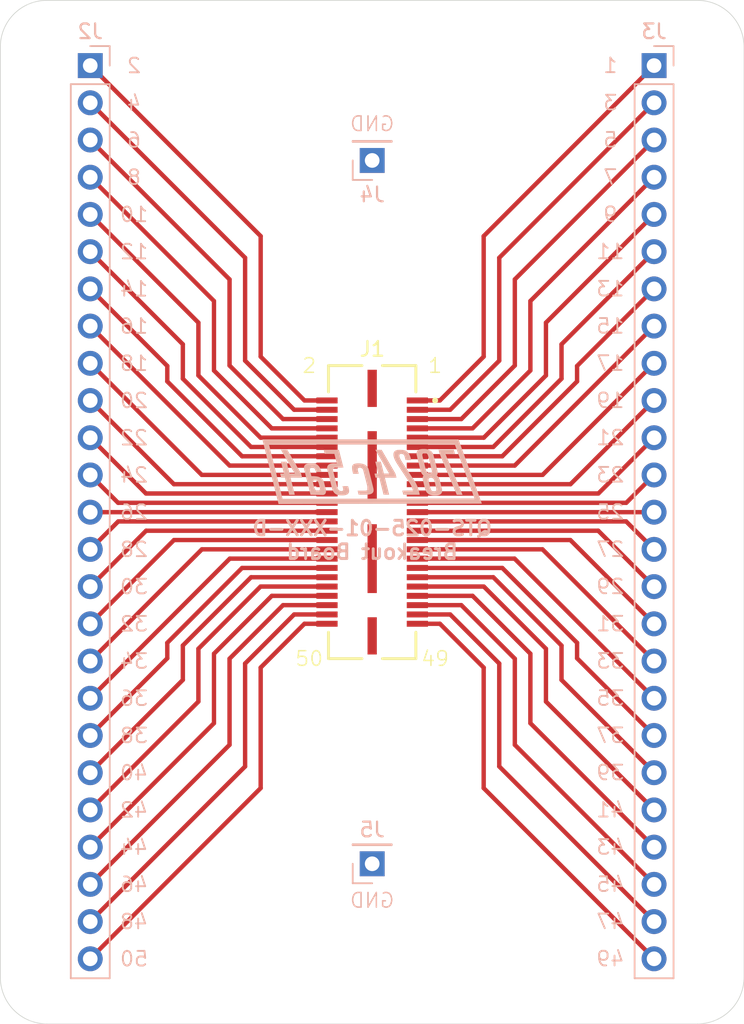
<source format=kicad_pcb>
(kicad_pcb (version 20241229) (generator "pcbnew") (generator_version "9.0")
  (layers (0 "F.Cu" signal) (2 "B.Cu" signal) (5 "F.SilkS" user "F.Silkscreen") (7 "B.SilkS" user "B.Silkscreen") (1 "F.Mask" user) (3 "B.Mask" user) (25 "Edge.Cuts" user))
  (net 0 "")
  (net 1 "Net-(J2-Pin_7)")
  (net 2 "Net-(J2-Pin_10)")
  (net 3 "Net-(J2-Pin_6)")
  (net 4 "Net-(J2-Pin_25)")
  (net 5 "Net-(J2-Pin_8)")
  (net 6 "Net-(J2-Pin_1)")
  (net 7 "Net-(J2-Pin_15)")
  (net 8 "Net-(J2-Pin_18)")
  (net 9 "Net-(J2-Pin_22)")
  (net 10 "Net-(J2-Pin_2)")
  (net 11 "Net-(J2-Pin_20)")
  (net 12 "Net-(J2-Pin_9)")
  (net 13 "Net-(J2-Pin_12)")
  (net 14 "Net-(J2-Pin_3)")
  (net 15 "Net-(J2-Pin_23)")
  (net 16 "Net-(J2-Pin_17)")
  (net 17 "Net-(J2-Pin_14)")
  (net 18 "Net-(J2-Pin_13)")
  (net 19 "Net-(J2-Pin_16)")
  (net 20 "Net-(J2-Pin_24)")
  (net 21 "Net-(J2-Pin_21)")
  (net 22 "Net-(J2-Pin_19)")
  (net 23 "Net-(J2-Pin_5)")
  (net 24 "Net-(J2-Pin_11)")
  (net 25 "Net-(J2-Pin_4)")
  (net 26 "Net-(J3-Pin_11)")
  (net 27 "Net-(J3-Pin_1)")
  (net 28 "Net-(J3-Pin_19)")
  (net 29 "Net-(J3-Pin_14)")
  (net 30 "Net-(J3-Pin_13)")
  (net 31 "Net-(J3-Pin_2)")
  (net 32 "Net-(J3-Pin_17)")
  (net 33 "Net-(J3-Pin_8)")
  (net 34 "Net-(J3-Pin_10)")
  (net 35 "Net-(J3-Pin_18)")
  (net 36 "Net-(J3-Pin_15)")
  (net 37 "Net-(J3-Pin_7)")
  (net 38 "Net-(J3-Pin_5)")
  (net 39 "Net-(J3-Pin_22)")
  (net 40 "Net-(J3-Pin_6)")
  (net 41 "Net-(J3-Pin_25)")
  (net 42 "Net-(J3-Pin_4)")
  (net 43 "Net-(J3-Pin_16)")
  (net 44 "Net-(J3-Pin_24)")
  (net 45 "Net-(J3-Pin_9)")
  (net 46 "Net-(J3-Pin_12)")
  (net 47 "Net-(J3-Pin_3)")
  (net 48 "Net-(J3-Pin_20)")
  (net 49 "Net-(J3-Pin_23)")
  (net 50 "Net-(J3-Pin_21)")
  (net 51 "Net-(J1-GND)")
  (net 52 "Net-(J1-GND__2)")
  (footprint "Benderlabs_Custom:SAMTEC_QTS-025-01-X-D-A-TR" (layer "F.Cu") (at 140.792501 96.025 -90)
    (property "Reference" "J1" (at -11.13 -0.01 180) (layer "F.SilkS"))
    (property "Value" "QTS-025-01-XXX-D" (hide yes))
    (pad "" np_thru_hole circle (at -9.24 -2.032 270) (size 1.016 1.016) (drill 1.016) (layers "*.Cu" "*.Mask"))
    (pad "" np_thru_hole circle (at 9.24 -2.032 270) (size 1.016 1.016) (drill 1.016) (layers "*.Cu" "*.Mask"))
    (pad "01" smd rect (at -7.62 -3.086 270) (size 0.406 1.448) (layers "F.Cu" "F.Mask" "F.Paste") (net 27 "Net-(J3-Pin_1)"))
    (pad "02" smd rect (at -7.62 3.086 270) (size 0.406 1.448) (layers "F.Cu" "F.Mask" "F.Paste") (net 6 "Net-(J2-Pin_1)"))
    (pad "03" smd rect (at -6.985 -3.086 270) (size 0.406 1.448) (layers "F.Cu" "F.Mask" "F.Paste") (net 31 "Net-(J3-Pin_2)"))
    (pad "04" smd rect (at -6.985 3.086 270) (size 0.406 1.448) (layers "F.Cu" "F.Mask" "F.Paste") (net 10 "Net-(J2-Pin_2)"))
    (pad "05" smd rect (at -6.35 -3.086 270) (size 0.406 1.448) (layers "F.Cu" "F.Mask" "F.Paste") (net 47 "Net-(J3-Pin_3)"))
    (pad "06" smd rect (at -6.35 3.086 270) (size 0.406 1.448) (layers "F.Cu" "F.Mask" "F.Paste") (net 14 "Net-(J2-Pin_3)"))
    (pad "07" smd rect (at -5.715 -3.086 270) (size 0.406 1.448) (layers "F.Cu" "F.Mask" "F.Paste") (net 42 "Net-(J3-Pin_4)"))
    (pad "08" smd rect (at -5.715 3.086 270) (size 0.406 1.448) (layers "F.Cu" "F.Mask" "F.Paste") (net 25 "Net-(J2-Pin_4)"))
    (pad "09" smd rect (at -5.08 -3.086 270) (size 0.406 1.448) (layers "F.Cu" "F.Mask" "F.Paste") (net 38 "Net-(J3-Pin_5)"))
    (pad "10" smd rect (at -5.08 3.086 270) (size 0.406 1.448) (layers "F.Cu" "F.Mask" "F.Paste") (net 23 "Net-(J2-Pin_5)"))
    (pad "11" smd rect (at -4.445 -3.086 270) (size 0.406 1.448) (layers "F.Cu" "F.Mask" "F.Paste") (net 40 "Net-(J3-Pin_6)"))
    (pad "12" smd rect (at -4.445 3.086 270) (size 0.406 1.448) (layers "F.Cu" "F.Mask" "F.Paste") (net 3 "Net-(J2-Pin_6)"))
    (pad "13" smd rect (at -3.81 -3.086 270) (size 0.406 1.448) (layers "F.Cu" "F.Mask" "F.Paste") (net 37 "Net-(J3-Pin_7)"))
    (pad "14" smd rect (at -3.81 3.086 270) (size 0.406 1.448) (layers "F.Cu" "F.Mask" "F.Paste") (net 1 "Net-(J2-Pin_7)"))
    (pad "15" smd rect (at -3.175 -3.086 270) (size 0.406 1.448) (layers "F.Cu" "F.Mask" "F.Paste") (net 33 "Net-(J3-Pin_8)"))
    (pad "16" smd rect (at -3.175 3.086 270) (size 0.406 1.448) (layers "F.Cu" "F.Mask" "F.Paste") (net 5 "Net-(J2-Pin_8)"))
    (pad "17" smd rect (at -2.54 -3.086 270) (size 0.406 1.448) (layers "F.Cu" "F.Mask" "F.Paste") (net 45 "Net-(J3-Pin_9)"))
    (pad "18" smd rect (at -2.54 3.086 270) (size 0.406 1.448) (layers "F.Cu" "F.Mask" "F.Paste") (net 12 "Net-(J2-Pin_9)"))
    (pad "19" smd rect (at -1.905 -3.086 270) (size 0.406 1.448) (layers "F.Cu" "F.Mask" "F.Paste") (net 34 "Net-(J3-Pin_10)"))
    (pad "20" smd rect (at -1.905 3.086 270) (size 0.406 1.448) (layers "F.Cu" "F.Mask" "F.Paste") (net 2 "Net-(J2-Pin_10)"))
    (pad "21" smd rect (at -1.27 -3.086 270) (size 0.406 1.448) (layers "F.Cu" "F.Mask" "F.Paste") (net 26 "Net-(J3-Pin_11)"))
    (pad "22" smd rect (at -1.27 3.086 270) (size 0.406 1.448) (layers "F.Cu" "F.Mask" "F.Paste") (net 24 "Net-(J2-Pin_11)"))
    (pad "23" smd rect (at -0.635 -3.086 270) (size 0.406 1.448) (layers "F.Cu" "F.Mask" "F.Paste") (net 46 "Net-(J3-Pin_12)"))
    (pad "24" smd rect (at -0.635 3.086 270) (size 0.406 1.448) (layers "F.Cu" "F.Mask" "F.Paste") (net 13 "Net-(J2-Pin_12)"))
    (pad "25" smd rect (at 0 -3.086 270) (size 0.406 1.448) (layers "F.Cu" "F.Mask" "F.Paste") (net 30 "Net-(J3-Pin_13)"))
    (pad "26" smd rect (at 0 3.086 270) (size 0.406 1.448) (layers "F.Cu" "F.Mask" "F.Paste") (net 18 "Net-(J2-Pin_13)"))
    (pad "27" smd rect (at 0.635 -3.086 270) (size 0.406 1.448) (layers "F.Cu" "F.Mask" "F.Paste") (net 29 "Net-(J3-Pin_14)"))
    (pad "28" smd rect (at 0.635 3.086 270) (size 0.406 1.448) (layers "F.Cu" "F.Mask" "F.Paste") (net 17 "Net-(J2-Pin_14)"))
    (pad "29" smd rect (at 1.27 -3.086 270) (size 0.406 1.448) (layers "F.Cu" "F.Mask" "F.Paste") (net 36 "Net-(J3-Pin_15)"))
    (pad "30" smd rect (at 1.27 3.086 270) (size 0.406 1.448) (layers "F.Cu" "F.Mask" "F.Paste") (net 7 "Net-(J2-Pin_15)"))
    (pad "31" smd rect (at 1.905 -3.086 270) (size 0.406 1.448) (layers "F.Cu" "F.Mask" "F.Paste") (net 43 "Net-(J3-Pin_16)"))
    (pad "32" smd rect (at 1.905 3.086 270) (size 0.406 1.448) (layers "F.Cu" "F.Mask" "F.Paste") (net 19 "Net-(J2-Pin_16)"))
    (pad "33" smd rect (at 2.54 -3.086 270) (size 0.406 1.448) (layers "F.Cu" "F.Mask" "F.Paste") (net 32 "Net-(J3-Pin_17)"))
    (pad "34" smd rect (at 2.54 3.086 270) (size 0.406 1.448) (layers "F.Cu" "F.Mask" "F.Paste") (net 16 "Net-(J2-Pin_17)"))
    (pad "35" smd rect (at 3.175 -3.086 270) (size 0.406 1.448) (layers "F.Cu" "F.Mask" "F.Paste") (net 35 "Net-(J3-Pin_18)"))
    (pad "36" smd rect (at 3.175 3.086 270) (size 0.406 1.448) (layers "F.Cu" "F.Mask" "F.Paste") (net 8 "Net-(J2-Pin_18)"))
    (pad "37" smd rect (at 3.81 -3.086 270) (size 0.406 1.448) (layers "F.Cu" "F.Mask" "F.Paste") (net 28 "Net-(J3-Pin_19)"))
    (pad "38" smd rect (at 3.81 3.086 270) (size 0.406 1.448) (layers "F.Cu" "F.Mask" "F.Paste") (net 22 "Net-(J2-Pin_19)"))
    (pad "39" smd rect (at 4.445 -3.086 270) (size 0.406 1.448) (layers "F.Cu" "F.Mask" "F.Paste") (net 48 "Net-(J3-Pin_20)"))
    (pad "40" smd rect (at 4.445 3.086 270) (size 0.406 1.448) (layers "F.Cu" "F.Mask" "F.Paste") (net 11 "Net-(J2-Pin_20)"))
    (pad "41" smd rect (at 5.08 -3.086 270) (size 0.406 1.448) (layers "F.Cu" "F.Mask" "F.Paste") (net 50 "Net-(J3-Pin_21)"))
    (pad "42" smd rect (at 5.08 3.086 270) (size 0.406 1.448) (layers "F.Cu" "F.Mask" "F.Paste") (net 21 "Net-(J2-Pin_21)"))
    (pad "43" smd rect (at 5.715 -3.086 270) (size 0.406 1.448) (layers "F.Cu" "F.Mask" "F.Paste") (net 39 "Net-(J3-Pin_22)"))
    (pad "44" smd rect (at 5.715 3.086 270) (size 0.406 1.448) (layers "F.Cu" "F.Mask" "F.Paste") (net 9 "Net-(J2-Pin_22)"))
    (pad "45" smd rect (at 6.35 -3.086 270) (size 0.406 1.448) (layers "F.Cu" "F.Mask" "F.Paste") (net 49 "Net-(J3-Pin_23)"))
    (pad "46" smd rect (at 6.35 3.086 270) (size 0.406 1.448) (layers "F.Cu" "F.Mask" "F.Paste") (net 15 "Net-(J2-Pin_23)"))
    (pad "47" smd rect (at 6.985 -3.086 270) (size 0.406 1.448) (layers "F.Cu" "F.Mask" "F.Paste") (net 44 "Net-(J3-Pin_24)"))
    (pad "48" smd rect (at 6.985 3.086 270) (size 0.406 1.448) (layers "F.Cu" "F.Mask" "F.Paste") (net 20 "Net-(J2-Pin_24)"))
    (pad "49" smd rect (at 7.62 -3.086 270) (size 0.406 1.448) (layers "F.Cu" "F.Mask" "F.Paste") (net 41 "Net-(J3-Pin_25)"))
    (pad "50" smd rect (at 7.62 3.086 270) (size 0.406 1.448) (layers "F.Cu" "F.Mask" "F.Paste") (net 4 "Net-(J2-Pin_25)"))
    (pad "G1" smd rect (at -8.446 0 270) (size 2.54 0.635) (layers "F.Cu" "F.Mask" "F.Paste") (net 51 "Net-(J1-GND)"))
    (pad "G2" smd rect (at -3.175 0 270) (size 4.699 0.635) (layers "F.Cu" "F.Mask" "F.Paste") (net 51 "Net-(J1-GND)"))
    (pad "G3" smd rect (at 3.175 0 270) (size 4.699 0.635) (layers "F.Cu" "F.Mask" "F.Paste") (net 52 "Net-(J1-GND__2)"))
    (pad "G4" smd rect (at 8.446 0 270) (size 2.54 0.635) (layers "F.Cu" "F.Mask" "F.Paste") (net 52 "Net-(J1-GND__2)"))
  )
  (footprint "Benderlabs_Custom:7824c5a4_logo_15x4.5mm" (layer "B.Cu") (at 140.792501 93.265 180)
    (property "Reference" "G***" (hide yes))
    (property "Value" "LOGO" (hide yes))
  )
  (footprint "Connector_PinHeader_2.54mm:PinHeader_1x01_P2.54mm_Vertical" (layer "B.Cu") (at 140.792501 72.025)
    (property "Reference" "J4" (at 0 2.33 180) (layer "B.SilkS") (effects (justify mirror)))
    (property "Value" "Conn_01x01")
    (pad "1" thru_hole rect (at 0 0) (size 1.7 1.7) (drill 1) (layers "*.Cu" "*.Mask") (net 51 "Net-(J1-GND)"))
  )
  (footprint "Connector_PinHeader_2.54mm:PinHeader_1x01_P2.54mm_Vertical" (layer "B.Cu") (at 140.792501 120.025)
    (property "Reference" "J5" (at 0 -2.33 180) (layer "B.SilkS") (effects (justify mirror)))
    (property "Value" "Conn_01x01")
    (pad "1" thru_hole rect (at 0 0) (size 1.7 1.7) (drill 1) (layers "*.Cu" "*.Mask") (net 52 "Net-(J1-GND__2)"))
  )
  (footprint "Connector_PinHeader_2.54mm:PinHeader_1x25_P2.54mm_Vertical" (layer "B.Cu") (at 121.5325 65.55 180)
    (property "Reference" "J2" (at 0 2.33 0) (layer "B.SilkS") (effects (justify mirror)))
    (property "Value" "Conn_01x25" (hide yes))
    (pad "1" thru_hole rect (at 0 0 180) (size 1.7 1.7) (drill 1) (layers "*.Cu" "*.Mask") (net 6 "Net-(J2-Pin_1)"))
    (pad "2" thru_hole oval (at 0 -2.54 180) (size 1.7 1.7) (drill 1) (layers "*.Cu" "*.Mask") (net 10 "Net-(J2-Pin_2)"))
    (pad "3" thru_hole oval (at -0.000004 -5.079999 180) (size 1.7 1.7) (drill 1) (layers "*.Cu" "*.Mask") (net 14 "Net-(J2-Pin_3)"))
    (pad "4" thru_hole oval (at 0 -7.62 180) (size 1.7 1.7) (drill 1) (layers "*.Cu" "*.Mask") (net 25 "Net-(J2-Pin_4)"))
    (pad "5" thru_hole oval (at 0.000001 -10.16 180) (size 1.7 1.7) (drill 1) (layers "*.Cu" "*.Mask") (net 23 "Net-(J2-Pin_5)"))
    (pad "6" thru_hole oval (at -0.000005 -12.700001 180) (size 1.7 1.7) (drill 1) (layers "*.Cu" "*.Mask") (net 3 "Net-(J2-Pin_6)"))
    (pad "7" thru_hole oval (at 0 -15.24 180) (size 1.7 1.7) (drill 1) (layers "*.Cu" "*.Mask") (net 1 "Net-(J2-Pin_7)"))
    (pad "8" thru_hole oval (at -0.000002 -17.780003 180) (size 1.7 1.7) (drill 1) (layers "*.Cu" "*.Mask") (net 5 "Net-(J2-Pin_8)"))
    (pad "9" thru_hole oval (at 0.000001 -20.320005 180) (size 1.7 1.7) (drill 1) (layers "*.Cu" "*.Mask") (net 12 "Net-(J2-Pin_9)"))
    (pad "10" thru_hole oval (at 0.000007 -22.859999 180) (size 1.7 1.7) (drill 1) (layers "*.Cu" "*.Mask") (net 2 "Net-(J2-Pin_10)"))
    (pad "11" thru_hole oval (at 0 -25.4 180) (size 1.7 1.7) (drill 1) (layers "*.Cu" "*.Mask") (net 24 "Net-(J2-Pin_11)"))
    (pad "12" thru_hole oval (at 0 -27.94 180) (size 1.7 1.7) (drill 1) (layers "*.Cu" "*.Mask") (net 13 "Net-(J2-Pin_12)"))
    (pad "13" thru_hole oval (at -0.000001 -30.480002 180) (size 1.7 1.7) (drill 1) (layers "*.Cu" "*.Mask") (net 18 "Net-(J2-Pin_13)"))
    (pad "14" thru_hole oval (at 0 -33.020002 180) (size 1.7 1.7) (drill 1) (layers "*.Cu" "*.Mask") (net 17 "Net-(J2-Pin_14)"))
    (pad "15" thru_hole oval (at 0 -35.56 180) (size 1.7 1.7) (drill 1) (layers "*.Cu" "*.Mask") (net 7 "Net-(J2-Pin_15)"))
    (pad "16" thru_hole oval (at 0 -38.1 180) (size 1.7 1.7) (drill 1) (layers "*.Cu" "*.Mask") (net 19 "Net-(J2-Pin_16)"))
    (pad "17" thru_hole oval (at 0 -40.64 180) (size 1.7 1.7) (drill 1) (layers "*.Cu" "*.Mask") (net 16 "Net-(J2-Pin_17)"))
    (pad "18" thru_hole oval (at 0.000001 -43.180001 180) (size 1.7 1.7) (drill 1) (layers "*.Cu" "*.Mask") (net 8 "Net-(J2-Pin_18)"))
    (pad "19" thru_hole oval (at 0.000003 -45.719997 180) (size 1.7 1.7) (drill 1) (layers "*.Cu" "*.Mask") (net 22 "Net-(J2-Pin_19)"))
    (pad "20" thru_hole oval (at 0 -48.26 180) (size 1.7 1.7) (drill 1) (layers "*.Cu" "*.Mask") (net 11 "Net-(J2-Pin_20)"))
    (pad "21" thru_hole oval (at 0 -50.8 180) (size 1.7 1.7) (drill 1) (layers "*.Cu" "*.Mask") (net 21 "Net-(J2-Pin_21)"))
    (pad "22" thru_hole oval (at -0.000006 -53.34 180) (size 1.7 1.7) (drill 1) (layers "*.Cu" "*.Mask") (net 9 "Net-(J2-Pin_22)"))
    (pad "23" thru_hole oval (at 0 -55.879999 180) (size 1.7 1.7) (drill 1) (layers "*.Cu" "*.Mask") (net 15 "Net-(J2-Pin_23)"))
    (pad "24" thru_hole oval (at 0 -58.42 180) (size 1.7 1.7) (drill 1) (layers "*.Cu" "*.Mask") (net 20 "Net-(J2-Pin_24)"))
    (pad "25" thru_hole oval (at 0 -60.96 180) (size 1.7 1.7) (drill 1) (layers "*.Cu" "*.Mask") (net 4 "Net-(J2-Pin_25)"))
  )
  (footprint "Connector_PinHeader_2.54mm:PinHeader_1x25_P2.54mm_Vertical" (layer "B.Cu") (at 160.049999 65.550001 180)
    (property "Reference" "J3" (at 0 2.33 0) (layer "B.SilkS") (effects (justify mirror)))
    (property "Value" "Conn_01x25" (hide yes))
    (pad "1" thru_hole rect (at 0 0 180) (size 1.7 1.7) (drill 1) (layers "*.Cu" "*.Mask") (net 27 "Net-(J3-Pin_1)"))
    (pad "2" thru_hole oval (at 0 -2.54 180) (size 1.7 1.7) (drill 1) (layers "*.Cu" "*.Mask") (net 31 "Net-(J3-Pin_2)"))
    (pad "3" thru_hole oval (at -0.000004 -5.079999 180) (size 1.7 1.7) (drill 1) (layers "*.Cu" "*.Mask") (net 47 "Net-(J3-Pin_3)"))
    (pad "4" thru_hole oval (at 0 -7.62 180) (size 1.7 1.7) (drill 1) (layers "*.Cu" "*.Mask") (net 42 "Net-(J3-Pin_4)"))
    (pad "5" thru_hole oval (at 0.000001 -10.16 180) (size 1.7 1.7) (drill 1) (layers "*.Cu" "*.Mask") (net 38 "Net-(J3-Pin_5)"))
    (pad "6" thru_hole oval (at -0.000005 -12.700001 180) (size 1.7 1.7) (drill 1) (layers "*.Cu" "*.Mask") (net 40 "Net-(J3-Pin_6)"))
    (pad "7" thru_hole oval (at 0 -15.24 180) (size 1.7 1.7) (drill 1) (layers "*.Cu" "*.Mask") (net 37 "Net-(J3-Pin_7)"))
    (pad "8" thru_hole oval (at -0.000002 -17.780003 180) (size 1.7 1.7) (drill 1) (layers "*.Cu" "*.Mask") (net 33 "Net-(J3-Pin_8)"))
    (pad "9" thru_hole oval (at 0.000001 -20.320005 180) (size 1.7 1.7) (drill 1) (layers "*.Cu" "*.Mask") (net 45 "Net-(J3-Pin_9)"))
    (pad "10" thru_hole oval (at 0.000007 -22.859999 180) (size 1.7 1.7) (drill 1) (layers "*.Cu" "*.Mask") (net 34 "Net-(J3-Pin_10)"))
    (pad "11" thru_hole oval (at 0 -25.4 180) (size 1.7 1.7) (drill 1) (layers "*.Cu" "*.Mask") (net 26 "Net-(J3-Pin_11)"))
    (pad "12" thru_hole oval (at 0 -27.94 180) (size 1.7 1.7) (drill 1) (layers "*.Cu" "*.Mask") (net 46 "Net-(J3-Pin_12)"))
    (pad "13" thru_hole oval (at -0.000001 -30.480002 180) (size 1.7 1.7) (drill 1) (layers "*.Cu" "*.Mask") (net 30 "Net-(J3-Pin_13)"))
    (pad "14" thru_hole oval (at 0 -33.020002 180) (size 1.7 1.7) (drill 1) (layers "*.Cu" "*.Mask") (net 29 "Net-(J3-Pin_14)"))
    (pad "15" thru_hole oval (at 0 -35.56 180) (size 1.7 1.7) (drill 1) (layers "*.Cu" "*.Mask") (net 36 "Net-(J3-Pin_15)"))
    (pad "16" thru_hole oval (at 0 -38.1 180) (size 1.7 1.7) (drill 1) (layers "*.Cu" "*.Mask") (net 43 "Net-(J3-Pin_16)"))
    (pad "17" thru_hole oval (at 0 -40.64 180) (size 1.7 1.7) (drill 1) (layers "*.Cu" "*.Mask") (net 32 "Net-(J3-Pin_17)"))
    (pad "18" thru_hole oval (at 0.000001 -43.180001 180) (size 1.7 1.7) (drill 1) (layers "*.Cu" "*.Mask") (net 35 "Net-(J3-Pin_18)"))
    (pad "19" thru_hole oval (at 0.000003 -45.719997 180) (size 1.7 1.7) (drill 1) (layers "*.Cu" "*.Mask") (net 28 "Net-(J3-Pin_19)"))
    (pad "20" thru_hole oval (at 0 -48.26 180) (size 1.7 1.7) (drill 1) (layers "*.Cu" "*.Mask") (net 48 "Net-(J3-Pin_20)"))
    (pad "21" thru_hole oval (at 0 -50.8 180) (size 1.7 1.7) (drill 1) (layers "*.Cu" "*.Mask") (net 50 "Net-(J3-Pin_21)"))
    (pad "22" thru_hole oval (at -0.000006 -53.34 180) (size 1.7 1.7) (drill 1) (layers "*.Cu" "*.Mask") (net 39 "Net-(J3-Pin_22)"))
    (pad "23" thru_hole oval (at 0 -55.879999 180) (size 1.7 1.7) (drill 1) (layers "*.Cu" "*.Mask") (net 49 "Net-(J3-Pin_23)"))
    (pad "24" thru_hole oval (at 0 -58.42 180) (size 1.7 1.7) (drill 1) (layers "*.Cu" "*.Mask") (net 44 "Net-(J3-Pin_24)"))
    (pad "25" thru_hole oval (at 0 -60.96 180) (size 1.7 1.7) (drill 1) (layers "*.Cu" "*.Mask") (net 41 "Net-(J3-Pin_25)"))
  )
  (gr_arc (start 166.192501 127.774998) (mid 165.262563 130.020062) (end 163.017498 130.949998) (stroke (width 0.05)) (layer "Edge.Cuts"))
  (gr_line (start 118.567499 61.099998) (end 163.017501 61.1) (stroke (width 0.05)) (layer "Edge.Cuts"))
  (gr_line (start 166.192498 64.274999) (end 166.192501 127.774998) (stroke (width 0.05)) (layer "Edge.Cuts"))
  (gr_line (start 115.3925 127.775001) (end 115.392498 64.274999) (stroke (width 0.05)) (layer "Edge.Cuts"))
  (gr_arc (start 115.392498 64.274999) (mid 116.322441 62.029934) (end 118.567499 61.099998) (stroke (width 0.05)) (layer "Edge.Cuts"))
  (gr_arc (start 118.567497 130.950002) (mid 116.322435 130.020064) (end 115.3925 127.775001) (stroke (width 0.05)) (layer "Edge.Cuts"))
  (gr_line (start 163.017498 130.949998) (end 118.567497 130.950002) (stroke (width 0.05)) (layer "Edge.Cuts"))
  (gr_arc (start 163.017501 61.1) (mid 165.262564 62.029936) (end 166.192498 64.274999) (stroke (width 0.05)) (layer "Edge.Cuts"))
  (gr_text "50" (at 136.492501 106.025 0) (layer "F.SilkS") (effects (font (size 1 1) (thickness 0.1))))
  (gr_text "49" (at 145.092501 106.025 0) (layer "F.SilkS") (effects (font (size 1 1) (thickness 0.1))))
  (gr_text "2" (at 136.492501 86.025 0) (layer "F.SilkS") (effects (font (size 1 1) (thickness 0.1))))
  (gr_text "1" (at 145.092501 86.025 0) (layer "F.SilkS") (effects (font (size 1 1) (thickness 0.1))))
  (gr_text "1" (at 157.062501 65.545 0) (layer "B.SilkS") (effects (font (size 1 1)) (justify mirror)))
  (gr_text "37" (at 157.062505 111.264997 0) (layer "B.SilkS") (effects (font (size 1 1)) (justify mirror)))
  (gr_text "42" (at 124.522504 116.354999 0) (layer "B.SilkS") (effects (font (size 1 1)) (justify mirror)))
  (gr_text "36" (at 124.522503 108.734999 0) (layer "B.SilkS") (effects (font (size 1 1)) (justify mirror)))
  (gr_text "35" (at 157.062503 108.724999 0) (layer "B.SilkS") (effects (font (size 1 1)) (justify mirror)))
  (gr_text "24" (at 124.522503 93.494999 0) (layer "B.SilkS") (effects (font (size 1 1)) (justify mirror)))
  (gr_text "6" (at 124.522502 70.634999 0) (layer "B.SilkS") (effects (font (size 1 1)) (justify mirror)))
  (gr_text "29" (at 157.062503 101.104999 0) (layer "B.SilkS") (effects (font (size 1 1)) (justify mirror)))
  (gr_text "43" (at 157.0625 118.885 0) (layer "B.SilkS") (effects (font (size 1 1)) (justify mirror)))
  (gr_text "46" (at 124.522501 121.435 0) (layer "B.SilkS") (effects (font (size 1 1)) (justify mirror)))
  (gr_text "8" (at 124.522502 73.175001 0) (layer "B.SilkS") (effects (font (size 1 1)) (justify mirror)))
  (gr_text "22" (at 124.522505 90.955002 0) (layer "B.SilkS") (effects (font (size 1 1)) (justify mirror)))
  (gr_text "GND" (at 140.792501 122.525 0) (layer "B.SilkS") (effects (font (size 1 1) (thickness 0.1)) (justify mirror)))
  (gr_text "QTS-025-01-XXX-D\nBreakout Board" (at 140.792501 97.935 0) (layer "B.SilkS") (effects (font (size 1 1) (thickness 0.2) (bold yes)) (justify mirror)))
  (gr_text "34" (at 124.522505 106.194999 0) (layer "B.SilkS") (effects (font (size 1 1)) (justify mirror)))
  (gr_text "40" (at 124.522502 113.814999 0) (layer "B.SilkS") (effects (font (size 1 1)) (justify mirror)))
  (gr_text "5" (at 157.062502 70.624999 0) (layer "B.SilkS") (effects (font (size 1 1)) (justify mirror)))
  (gr_text "7" (at 157.062502 73.165001 0) (layer "B.SilkS") (effects (font (size 1 1)) (justify mirror)))
  (gr_text "12" (at 124.522498 78.255001 0) (layer "B.SilkS") (effects (font (size 1 1)) (justify mirror)))
  (gr_text "18" (at 124.522504 85.875004 0) (layer "B.SilkS") (effects (font (size 1 1)) (justify mirror)))
  (gr_text "2" (at 124.522501 65.555 0) (layer "B.SilkS") (effects (font (size 1 1)) (justify mirror)))
  (gr_text "17" (at 157.062504 85.865004 0) (layer "B.SilkS") (effects (font (size 1 1)) (justify mirror)))
  (gr_text "44" (at 124.5225 118.895 0) (layer "B.SilkS") (effects (font (size 1 1)) (justify mirror)))
  (gr_text "48" (at 124.522505 123.975001 0) (layer "B.SilkS") (effects (font (size 1 1)) (justify mirror)))
  (gr_text "16" (at 124.522502 83.335002 0) (layer "B.SilkS") (effects (font (size 1 1)) (justify mirror)))
  (gr_text "3" (at 157.062501 68.085002 0) (layer "B.SilkS") (effects (font (size 1 1)) (justify mirror)))
  (gr_text "11" (at 157.062498 78.245001 0) (layer "B.SilkS") (effects (font (size 1 1)) (justify mirror)))
  (gr_text "GND" (at 140.792501 69.525 0) (layer "B.SilkS") (effects (font (size 1 1) (thickness 0.1)) (justify mirror)))
  (gr_text "13" (at 157.062505 80.785001 0) (layer "B.SilkS") (effects (font (size 1 1)) (justify mirror)))
  (gr_text "9" (at 157.062504 75.705001 0) (layer "B.SilkS") (effects (font (size 1 1)) (justify mirror)))
  (gr_text "33" (at 157.062505 106.184999 0) (layer "B.SilkS") (effects (font (size 1 1)) (justify mirror)))
  (gr_text "39" (at 157.062502 113.804999 0) (layer "B.SilkS") (effects (font (size 1 1)) (justify mirror)))
  (gr_text "47" (at 157.062505 123.965001 0) (layer "B.SilkS") (effects (font (size 1 1)) (justify mirror)))
  (gr_text "41" (at 157.062504 116.344999 0) (layer "B.SilkS") (effects (font (size 1 1)) (justify mirror)))
  (gr_text "21" (at 157.062505 90.945002 0) (layer "B.SilkS") (effects (font (size 1 1)) (justify mirror)))
  (gr_text "15\n" (at 157.062502 83.325002 0) (layer "B.SilkS") (effects (font (size 1 1)) (justify mirror)))
  (gr_text "25" (at 157.062504 96.025001 0) (layer "B.SilkS") (effects (font (size 1 1)) (justify mirror)))
  (gr_text "20" (at 124.522512 88.415 0) (layer "B.SilkS") (effects (font (size 1 1)) (justify mirror)))
  (gr_text "27" (at 157.062504 98.565002 0) (layer "B.SilkS") (effects (font (size 1 1)) (justify mirror)))
  (gr_text "4" (at 124.522501 68.095002 0) (layer "B.SilkS") (effects (font (size 1 1)) (justify mirror)))
  (gr_text "26" (at 124.522504 96.035001 0) (layer "B.SilkS") (effects (font (size 1 1)) (justify mirror)))
  (gr_text "14" (at 124.522505 80.795001 0) (layer "B.SilkS") (effects (font (size 1 1)) (justify mirror)))
  (gr_text "10" (at 124.522504 75.715001 0) (layer "B.SilkS") (effects (font (size 1 1)) (justify mirror)))
  (gr_text "31" (at 157.062502 103.645003 0) (layer "B.SilkS") (effects (font (size 1 1)) (justify mirror)))
  (gr_text "32" (at 124.522502 103.655003 0) (layer "B.SilkS") (effects (font (size 1 1)) (justify mirror)))
  (gr_text "38" (at 124.522505 111.274997 0) (layer "B.SilkS") (effects (font (size 1 1)) (justify mirror)))
  (gr_text "23\n" (at 157.062503 93.484999 0) (layer "B.SilkS") (effects (font (size 1 1)) (justify mirror)))
  (gr_text "30" (at 124.522503 101.114999 0) (layer "B.SilkS") (effects (font (size 1 1)) (justify mirror)))
  (gr_text "19" (at 157.062512 88.405 0) (layer "B.SilkS") (effects (font (size 1 1)) (justify mirror)))
  (gr_text "45" (at 157.062501 121.425 0) (layer "B.SilkS") (effects (font (size 1 1)) (justify mirror)))
  (gr_text "49" (at 157.062501 126.505 0) (layer "B.SilkS") (effects (font (size 1 1)) (justify mirror)))
  (gr_text "28" (at 124.522504 98.575002 0) (layer "B.SilkS") (effects (font (size 1 1)) (justify mirror)))
  (gr_text "50" (at 124.522501 126.515 0) (layer "B.SilkS") (effects (font (size 1 1)) (justify mirror)))
  (segment (start 137.706501 92.215) (end 131.905591 92.215) (width 0.3) (layer "F.Cu") (net 1))
  (segment (start 131.905591 92.215) (end 126.795002 87.104411) (width 0.3) (layer "F.Cu") (net 1))
  (segment (start 121.535003 80.790001) (end 126.795002 86.05) (width 0.3) (layer "F.Cu") (net 1))
  (segment (start 126.795002 87.104411) (end 126.795002 86.05) (width 0.3) (layer "F.Cu") (net 1))
  (segment (start 137.706501 94.12) (end 127.24501 94.12) (width 0.3) (layer "F.Cu") (net 2))
  (segment (start 127.24501 94.12) (end 121.53501 88.41) (width 0.3) (layer "F.Cu") (net 2))
  (segment (start 121.534998 78.250002) (end 127.858335 84.573339) (width 0.3) (layer "F.Cu") (net 3))
  (segment (start 127.858335 84.573339) (end 127.858335 86.92) (width 0.3) (layer "F.Cu") (net 3))
  (segment (start 132.518335 91.58) (end 127.858335 86.92) (width 0.3) (layer "F.Cu") (net 3))
  (segment (start 137.706501 91.58) (end 132.518335 91.58) (width 0.3) (layer "F.Cu") (net 3))
  (segment (start 136.165591 103.645) (end 133.175002 106.635589) (width 0.3) (layer "F.Cu") (net 4))
  (segment (start 121.535003 126.499999) (end 133.175002 114.86) (width 0.3) (layer "F.Cu") (net 4))
  (segment (start 133.175002 114.86) (end 133.175002 106.635589) (width 0.3) (layer "F.Cu") (net 4))
  (segment (start 137.706501 103.645) (end 136.165591 103.645) (width 0.3) (layer "F.Cu") (net 4))
  (segment (start 131.052499 92.85) (end 137.706501 92.85) (width 0.3) (layer "F.Cu") (net 5))
  (segment (start 121.532502 83.330003) (end 131.052499 92.85) (width 0.3) (layer "F.Cu") (net 5))
  (segment (start 137.706501 88.405) (end 136.165591 88.405) (width 0.3) (layer "F.Cu") (net 6))
  (segment (start 136.165591 88.405) (end 133.175002 85.414411) (width 0.3) (layer "F.Cu") (net 6))
  (segment (start 121.535003 65.550001) (end 133.175002 77.19) (width 0.3) (layer "F.Cu") (net 6))
  (segment (start 133.175002 77.19) (end 133.175002 85.414411) (width 0.3) (layer "F.Cu") (net 6))
  (segment (start 125.350004 97.295) (end 121.535003 101.110001) (width 0.3) (layer "F.Cu") (net 7))
  (segment (start 137.706501 97.295) (end 125.350004 97.295) (width 0.3) (layer "F.Cu") (net 7))
  (segment (start 131.065006 99.2) (end 121.535004 108.730002) (width 0.3) (layer "F.Cu") (net 8))
  (segment (start 137.706501 99.2) (end 131.065006 99.2) (width 0.3) (layer "F.Cu") (net 8))
  (segment (start 121.535003 118.879999) (end 129.985002 110.43) (width 0.3) (layer "F.Cu") (net 9))
  (segment (start 137.706501 101.74) (end 133.935002 101.74) (width 0.3) (layer "F.Cu") (net 9))
  (segment (start 129.985002 110.43) (end 129.985002 105.69) (width 0.3) (layer "F.Cu") (net 9))
  (segment (start 133.935002 101.74) (end 129.985002 105.69) (width 0.3) (layer "F.Cu") (net 9))
  (segment (start 135.461669 89.04) (end 132.111669 85.69) (width 0.3) (layer "F.Cu") (net 10))
  (segment (start 132.111669 78.666667) (end 132.111669 85.69) (width 0.3) (layer "F.Cu") (net 10))
  (segment (start 121.535003 68.090001) (end 132.111669 78.666667) (width 0.3) (layer "F.Cu") (net 10))
  (segment (start 137.706501 89.04) (end 135.461669 89.04) (width 0.3) (layer "F.Cu") (net 10))
  (segment (start 127.858335 107.476661) (end 127.858335 105.13) (width 0.3) (layer "F.Cu") (net 11))
  (segment (start 137.706501 100.47) (end 132.518335 100.47) (width 0.3) (layer "F.Cu") (net 11))
  (segment (start 132.518335 100.47) (end 127.858335 105.13) (width 0.3) (layer "F.Cu") (net 11))
  (segment (start 121.534998 113.799998) (end 127.858335 107.476661) (width 0.3) (layer "F.Cu") (net 11))
  (segment (start 129.149998 93.485) (end 121.535004 85.870006) (width 0.3) (layer "F.Cu") (net 12))
  (segment (start 137.706501 93.485) (end 129.149998 93.485) (width 0.3) (layer "F.Cu") (net 12))
  (segment (start 137.706501 95.39) (end 123.435002 95.39) (width 0.3) (layer "F.Cu") (net 13))
  (segment (start 123.435002 95.39) (end 121.535003 93.490001) (width 0.3) (layer "F.Cu") (net 13))
  (segment (start 134.703335 89.675) (end 131.048335 86.02) (width 0.3) (layer "F.Cu") (net 14))
  (segment (start 131.048335 80.143336) (end 131.048335 86.02) (width 0.3) (layer "F.Cu") (net 14))
  (segment (start 121.534999 70.63) (end 131.048335 80.143336) (width 0.3) (layer "F.Cu") (net 14))
  (segment (start 137.706501 89.675) (end 134.703335 89.675) (width 0.3) (layer "F.Cu") (net 14))
  (segment (start 134.703335 102.375) (end 131.048335 106.03) (width 0.3) (layer "F.Cu") (net 15))
  (segment (start 121.534999 121.42) (end 131.048335 111.906664) (width 0.3) (layer "F.Cu") (net 15))
  (segment (start 137.706501 102.375) (end 134.703335 102.375) (width 0.3) (layer "F.Cu") (net 15))
  (segment (start 131.048335 111.906664) (end 131.048335 106.03) (width 0.3) (layer "F.Cu") (net 15))
  (segment (start 129.160004 98.565) (end 121.535003 106.190001) (width 0.3) (layer "F.Cu") (net 16))
  (segment (start 137.706501 98.565) (end 129.160004 98.565) (width 0.3) (layer "F.Cu") (net 16))
  (segment (start 137.706501 96.66) (end 123.445006 96.66) (width 0.3) (layer "F.Cu") (net 17))
  (segment (start 123.445006 96.66) (end 121.535003 98.570003) (width 0.3) (layer "F.Cu") (net 17))
  (segment (start 136.950002 96.025) (end 136.944999 96.030003) (width 0.3) (layer "F.Cu") (net 18))
  (segment (start 137.706501 96.025) (end 136.950002 96.025) (width 0.3) (layer "F.Cu") (net 18))
  (segment (start 136.944999 96.030003) (end 121.535002 96.030003) (width 0.3) (layer "F.Cu") (net 18))
  (segment (start 127.255004 97.93) (end 137.706501 97.93) (width 0.3) (layer "F.Cu") (net 19))
  (segment (start 121.535003 103.650001) (end 127.255004 97.93) (width 0.3) (layer "F.Cu") (net 19))
  (segment (start 135.461669 103.01) (end 132.111669 106.36) (width 0.3) (layer "F.Cu") (net 20))
  (segment (start 121.535003 123.959999) (end 132.111669 113.383333) (width 0.3) (layer "F.Cu") (net 20))
  (segment (start 137.706501 103.01) (end 135.461669 103.01) (width 0.3) (layer "F.Cu") (net 20))
  (segment (start 132.111669 113.383333) (end 132.111669 106.36) (width 0.3) (layer "F.Cu") (net 20))
  (segment (start 128.921669 108.953334) (end 128.921669 105.35) (width 0.3) (layer "F.Cu") (net 21))
  (segment (start 133.166669 101.105) (end 128.921669 105.35) (width 0.3) (layer "F.Cu") (net 21))
  (segment (start 121.535004 116.339999) (end 128.921669 108.953334) (width 0.3) (layer "F.Cu") (net 21))
  (segment (start 137.706501 101.105) (end 133.166669 101.105) (width 0.3) (layer "F.Cu") (net 21))
  (segment (start 126.795002 104.945589) (end 126.795002 106) (width 0.3) (layer "F.Cu") (net 22))
  (segment (start 131.905591 99.835) (end 126.795002 104.945589) (width 0.3) (layer "F.Cu") (net 22))
  (segment (start 121.535003 111.259999) (end 126.795002 106) (width 0.3) (layer "F.Cu") (net 22))
  (segment (start 137.706501 99.835) (end 131.905591 99.835) (width 0.3) (layer "F.Cu") (net 22))
  (segment (start 128.921669 83.096666) (end 128.921669 86.7) (width 0.3) (layer "F.Cu") (net 23))
  (segment (start 121.535004 75.710001) (end 128.921669 83.096666) (width 0.3) (layer "F.Cu") (net 23))
  (segment (start 133.166669 90.945) (end 128.921669 86.7) (width 0.3) (layer "F.Cu") (net 23))
  (segment (start 137.706501 90.945) (end 133.166669 90.945) (width 0.3) (layer "F.Cu") (net 23))
  (segment (start 137.706501 94.755) (end 125.340002 94.755) (width 0.3) (layer "F.Cu") (net 24))
  (segment (start 125.340002 94.755) (end 121.535003 90.950001) (width 0.3) (layer "F.Cu") (net 24))
  (segment (start 129.985002 81.62) (end 129.985002 86.36) (width 0.3) (layer "F.Cu") (net 25))
  (segment (start 121.535003 73.170001) (end 129.985002 81.62) (width 0.3) (layer "F.Cu") (net 25))
  (segment (start 137.706501 90.31) (end 133.935002 90.31) (width 0.3) (layer "F.Cu") (net 25))
  (segment (start 133.935002 90.31) (end 129.985002 86.36) (width 0.3) (layer "F.Cu") (net 25))
  (segment (start 143.878501 94.755) (end 156.245 94.755) (width 0.3) (layer "F.Cu") (net 26))
  (segment (start 156.245 94.755) (end 160.049999 90.950001) (width 0.3) (layer "F.Cu") (net 26))
  (segment (start 145.419411 88.405) (end 148.41 85.414411) (width 0.3) (layer "F.Cu") (net 27))
  (segment (start 148.41 77.19) (end 148.41 85.414411) (width 0.3) (layer "F.Cu") (net 27))
  (segment (start 143.878501 88.405) (end 145.419411 88.405) (width 0.3) (layer "F.Cu") (net 27))
  (segment (start 160.049999 65.550001) (end 148.41 77.19) (width 0.3) (layer "F.Cu") (net 27))
  (segment (start 149.679411 99.835) (end 154.79 104.945589) (width 0.3) (layer "F.Cu") (net 28))
  (segment (start 154.79 104.945589) (end 154.79 106) (width 0.3) (layer "F.Cu") (net 28))
  (segment (start 160.049999 111.259999) (end 154.79 106) (width 0.3) (layer "F.Cu") (net 28))
  (segment (start 143.878501 99.835) (end 149.679411 99.835) (width 0.3) (layer "F.Cu") (net 28))
  (segment (start 158.139996 96.66) (end 160.049999 98.570003) (width 0.3) (layer "F.Cu") (net 29))
  (segment (start 143.878501 96.66) (end 158.139996 96.66) (width 0.3) (layer "F.Cu") (net 29))
  (segment (start 143.878501 96.025) (end 144.635 96.025) (width 0.3) (layer "F.Cu") (net 30))
  (segment (start 144.635 96.025) (end 144.640003 96.030003) (width 0.3) (layer "F.Cu") (net 30))
  (segment (start 144.640003 96.030003) (end 160.05 96.030003) (width 0.3) (layer "F.Cu") (net 30))
  (segment (start 149.473333 78.666667) (end 149.473333 85.69) (width 0.3) (layer "F.Cu") (net 31))
  (segment (start 146.123333 89.04) (end 149.473333 85.69) (width 0.3) (layer "F.Cu") (net 31))
  (segment (start 160.049999 68.090001) (end 149.473333 78.666667) (width 0.3) (layer "F.Cu") (net 31))
  (segment (start 143.878501 89.04) (end 146.123333 89.04) (width 0.3) (layer "F.Cu") (net 31))
  (segment (start 143.878501 98.565) (end 152.424998 98.565) (width 0.3) (layer "F.Cu") (net 32))
  (segment (start 152.424998 98.565) (end 160.049999 106.190001) (width 0.3) (layer "F.Cu") (net 32))
  (segment (start 160.050001 83.579999) (end 160.050001 83.330004) (width 0.3) (layer "F.Cu") (net 33))
  (segment (start 143.878501 92.85) (end 150.530005 92.85) (width 0.3) (layer "F.Cu") (net 33))
  (segment (start 160.050001 83.330004) (end 150.530005 92.85) (width 0.3) (layer "F.Cu") (net 33))
  (segment (start 143.878501 94.12) (end 154.339992 94.12) (width 0.3) (layer "F.Cu") (net 34))
  (segment (start 154.339992 94.12) (end 160.049992 88.41) (width 0.3) (layer "F.Cu") (net 34))
  (segment (start 150.519996 99.2) (end 160.049998 108.730002) (width 0.3) (layer "F.Cu") (net 35))
  (segment (start 143.878501 99.2) (end 150.519996 99.2) (width 0.3) (layer "F.Cu") (net 35))
  (segment (start 156.234998 97.295) (end 160.049999 101.110001) (width 0.3) (layer "F.Cu") (net 36))
  (segment (start 143.878501 97.295) (end 156.234998 97.295) (width 0.3) (layer "F.Cu") (net 36))
  (segment (start 143.878501 92.215) (end 149.679411 92.215) (width 0.3) (layer "F.Cu") (net 37))
  (segment (start 160.049999 80.790001) (end 154.79 86.05) (width 0.3) (layer "F.Cu") (net 37))
  (segment (start 149.679411 92.215) (end 154.79 87.104411) (width 0.3) (layer "F.Cu") (net 37))
  (segment (start 154.79 87.104411) (end 154.79 86.05) (width 0.3) (layer "F.Cu") (net 37))
  (segment (start 148.418333 90.945) (end 152.663333 86.7) (width 0.3) (layer "F.Cu") (net 38))
  (segment (start 143.878501 90.945) (end 148.418333 90.945) (width 0.3) (layer "F.Cu") (net 38))
  (segment (start 160.049998 75.710001) (end 152.663333 83.096666) (width 0.3) (layer "F.Cu") (net 38))
  (segment (start 152.663333 83.096666) (end 152.663333 86.7) (width 0.3) (layer "F.Cu") (net 38))
  (segment (start 160.049999 118.879999) (end 151.6 110.43) (width 0.3) (layer "F.Cu") (net 39))
  (segment (start 143.878501 101.74) (end 147.65 101.74) (width 0.3) (layer "F.Cu") (net 39))
  (segment (start 147.65 101.74) (end 151.6 105.69) (width 0.3) (layer "F.Cu") (net 39))
  (segment (start 151.6 110.43) (end 151.6 105.69) (width 0.3) (layer "F.Cu") (net 39))
  (segment (start 160.050004 78.250002) (end 153.726667 84.573339) (width 0.3) (layer "F.Cu") (net 40))
  (segment (start 153.726667 84.573339) (end 153.726667 86.92) (width 0.3) (layer "F.Cu") (net 40))
  (segment (start 149.066667 91.58) (end 153.726667 86.92) (width 0.3) (layer "F.Cu") (net 40))
  (segment (start 143.878501 91.58) (end 149.066667 91.58) (width 0.3) (layer "F.Cu") (net 40))
  (segment (start 160.049999 126.499999) (end 148.41 114.86) (width 0.3) (layer "F.Cu") (net 41))
  (segment (start 145.419411 103.645) (end 148.41 106.635589) (width 0.3) (layer "F.Cu") (net 41))
  (segment (start 148.41 114.86) (end 148.41 106.635589) (width 0.3) (layer "F.Cu") (net 41))
  (segment (start 143.878501 103.645) (end 145.419411 103.645) (width 0.3) (layer "F.Cu") (net 41))
  (segment (start 143.878501 90.31) (end 147.65 90.31) (width 0.3) (layer "F.Cu") (net 42))
  (segment (start 147.65 90.31) (end 151.6 86.36) (width 0.3) (layer "F.Cu") (net 42))
  (segment (start 160.049999 73.170001) (end 151.6 81.62) (width 0.3) (layer "F.Cu") (net 42))
  (segment (start 151.6 81.62) (end 151.6 86.36) (width 0.3) (layer "F.Cu") (net 42))
  (segment (start 154.329998 97.93) (end 143.878501 97.93) (width 0.3) (layer "F.Cu") (net 43))
  (segment (start 160.049999 103.650001) (end 154.329998 97.93) (width 0.3) (layer "F.Cu") (net 43))
  (segment (start 146.123333 103.01) (end 149.473333 106.36) (width 0.3) (layer "F.Cu") (net 44))
  (segment (start 143.878501 103.01) (end 146.123333 103.01) (width 0.3) (layer "F.Cu") (net 44))
  (segment (start 149.473333 113.383333) (end 149.473333 106.36) (width 0.3) (layer "F.Cu") (net 44))
  (segment (start 160.049999 123.959999) (end 149.473333 113.383333) (width 0.3) (layer "F.Cu") (net 44))
  (segment (start 152.435004 93.485) (end 160.049998 85.870006) (width 0.3) (layer "F.Cu") (net 45))
  (segment (start 143.878501 93.485) (end 152.435004 93.485) (width 0.3) (layer "F.Cu") (net 45))
  (segment (start 143.878501 95.39) (end 158.15 95.39) (width 0.3) (layer "F.Cu") (net 46))
  (segment (start 158.15 95.39) (end 160.049999 93.490001) (width 0.3) (layer "F.Cu") (net 46))
  (segment (start 143.878501 89.675) (end 146.881667 89.675) (width 0.3) (layer "F.Cu") (net 47))
  (segment (start 160.050003 70.63) (end 150.536667 80.143336) (width 0.3) (layer "F.Cu") (net 47))
  (segment (start 150.536667 80.143336) (end 150.536667 86.02) (width 0.3) (layer "F.Cu") (net 47))
  (segment (start 146.881667 89.675) (end 150.536667 86.02) (width 0.3) (layer "F.Cu") (net 47))
  (segment (start 160.050004 113.799998) (end 153.726667 107.476661) (width 0.3) (layer "F.Cu") (net 48))
  (segment (start 149.066667 100.47) (end 153.726667 105.13) (width 0.3) (layer "F.Cu") (net 48))
  (segment (start 153.726667 107.476661) (end 153.726667 105.13) (width 0.3) (layer "F.Cu") (net 48))
  (segment (start 143.878501 100.47) (end 149.066667 100.47) (width 0.3) (layer "F.Cu") (net 48))
  (segment (start 150.536667 111.906664) (end 150.536667 106.03) (width 0.3) (layer "F.Cu") (net 49))
  (segment (start 143.878501 102.375) (end 146.881667 102.375) (width 0.3) (layer "F.Cu") (net 49))
  (segment (start 160.050003 121.42) (end 150.536667 111.906664) (width 0.3) (layer "F.Cu") (net 49))
  (segment (start 146.881667 102.375) (end 150.536667 106.03) (width 0.3) (layer "F.Cu") (net 49))
  (segment (start 152.663333 108.953334) (end 152.663333 105.35) (width 0.3) (layer "F.Cu") (net 50))
  (segment (start 160.049998 116.339999) (end 152.663333 108.953334) (width 0.3) (layer "F.Cu") (net 50))
  (segment (start 148.418333 101.105) (end 152.663333 105.35) (width 0.3) (layer "F.Cu") (net 50))
  (segment (start 143.878501 101.105) (end 148.418333 101.105) (width 0.3) (layer "F.Cu") (net 50))
)
</source>
